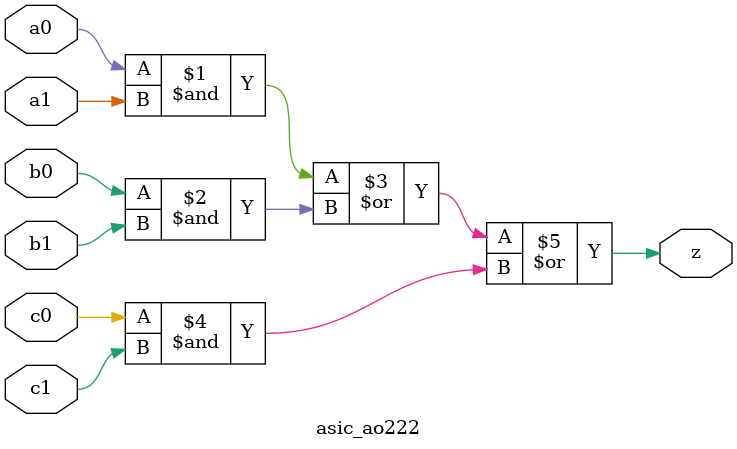
<source format=v>
module asic_ao222(	// file.cleaned.mlir:2:3
  input  a0,	// file.cleaned.mlir:2:28
         a1,	// file.cleaned.mlir:2:41
         b0,	// file.cleaned.mlir:2:54
         b1,	// file.cleaned.mlir:2:67
         c0,	// file.cleaned.mlir:2:80
         c1,	// file.cleaned.mlir:2:93
  output z	// file.cleaned.mlir:2:107
);

  assign z = a0 & a1 | b0 & b1 | c0 & c1;	// file.cleaned.mlir:3:10, :4:10, :5:10, :6:10, :7:5
endmodule


</source>
